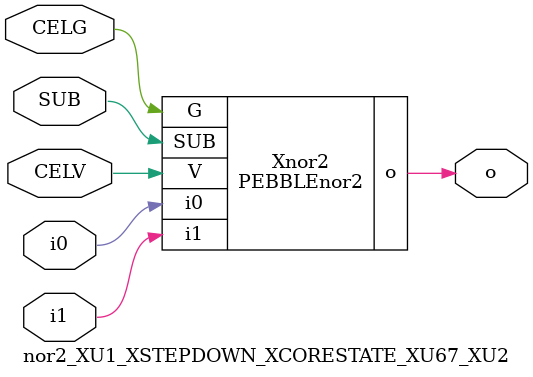
<source format=v>



module PEBBLEnor2 ( o, G, SUB, V, i0, i1 );

  input i0;
  input V;
  input i1;
  input G;
  output o;
  input SUB;
endmodule

//Celera Confidential Do Not Copy nor2_XU1_XSTEPDOWN_XCORESTATE_XU67_XU2
//Celera Confidential Symbol Generator
//nor2
module nor2_XU1_XSTEPDOWN_XCORESTATE_XU67_XU2 (CELV,CELG,i0,i1,o,SUB);
input CELV;
input CELG;
input i0;
input i1;
input SUB;
output o;

//Celera Confidential Do Not Copy nor2
PEBBLEnor2 Xnor2(
.V (CELV),
.i0 (i0),
.i1 (i1),
.o (o),
.SUB (SUB),
.G (CELG)
);
//,diesize,PEBBLEnor2

//Celera Confidential Do Not Copy Module End
//Celera Schematic Generator
endmodule

</source>
